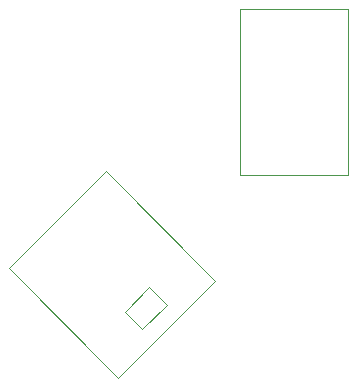
<source format=gbr>
%TF.GenerationSoftware,KiCad,Pcbnew,8.0.0-rc1*%
%TF.CreationDate,2025-03-14T10:19:50+03:00*%
%TF.ProjectId,SMX66_V1.0,534d5836-365f-4563-912e-302e6b696361,rev?*%
%TF.SameCoordinates,Original*%
%TF.FileFunction,Other,ECO1*%
%FSLAX46Y46*%
G04 Gerber Fmt 4.6, Leading zero omitted, Abs format (unit mm)*
G04 Created by KiCad (PCBNEW 8.0.0-rc1) date 2025-03-14 10:19:50*
%MOMM*%
%LPD*%
G01*
G04 APERTURE LIST*
%ADD10C,0.025400*%
G04 APERTURE END LIST*
D10*
%TO.C,U3800*%
X149954465Y-89481715D02*
X159104565Y-89481715D01*
X149954465Y-103481685D02*
X149954465Y-89481715D01*
X149954465Y-103481685D02*
X159104565Y-103481685D01*
X159104565Y-103481685D02*
X159104565Y-89481715D01*
%TO.C,U4000*%
X130397814Y-111401515D02*
X138614394Y-103184935D01*
X130397814Y-111401515D02*
X139675144Y-120678835D01*
X138614394Y-103184935D02*
X147891714Y-112462265D01*
X139675144Y-120678835D02*
X147891714Y-112462265D01*
%TO.C,L1*%
X140254904Y-115085284D02*
X142320362Y-113019826D01*
X141727666Y-116558046D02*
X140254904Y-115085284D01*
X141727666Y-116558046D02*
X143793124Y-114492588D01*
X143793124Y-114492588D02*
X142320362Y-113019826D01*
%TD*%
M02*

</source>
